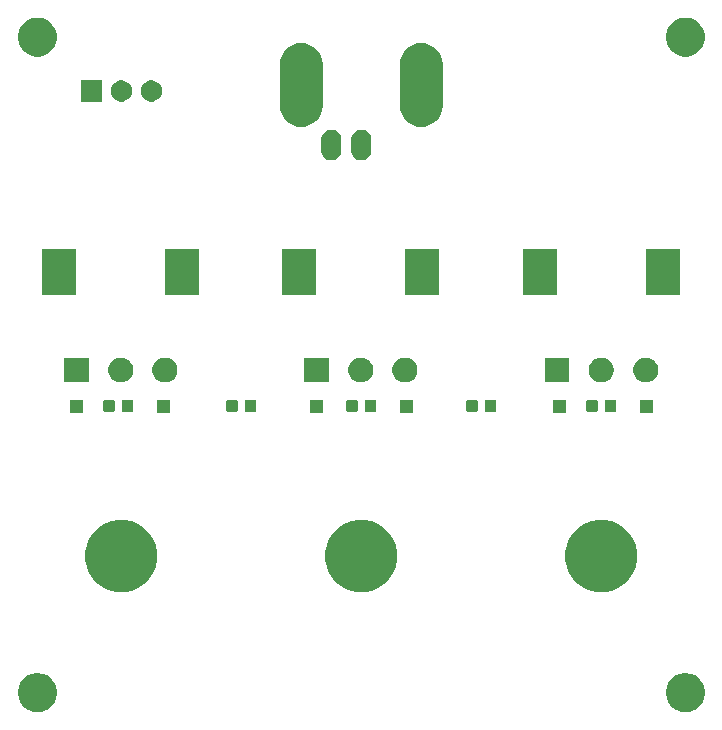
<source format=gbr>
G04 #@! TF.GenerationSoftware,KiCad,Pcbnew,(5.1.5-0-10_14)*
G04 #@! TF.CreationDate,2020-03-13T23:12:58-07:00*
G04 #@! TF.ProjectId,SigGenAdapter,53696747-656e-4416-9461-707465722e6b,rev?*
G04 #@! TF.SameCoordinates,Original*
G04 #@! TF.FileFunction,Soldermask,Top*
G04 #@! TF.FilePolarity,Negative*
%FSLAX46Y46*%
G04 Gerber Fmt 4.6, Leading zero omitted, Abs format (unit mm)*
G04 Created by KiCad (PCBNEW (5.1.5-0-10_14)) date 2020-03-13 23:12:58*
%MOMM*%
%LPD*%
G04 APERTURE LIST*
%ADD10C,0.100000*%
G04 APERTURE END LIST*
D10*
G36*
X125089256Y-111802298D02*
G01*
X125195579Y-111823447D01*
X125496042Y-111947903D01*
X125766451Y-112128585D01*
X125996415Y-112358549D01*
X126177097Y-112628958D01*
X126301553Y-112929421D01*
X126365000Y-113248391D01*
X126365000Y-113573609D01*
X126301553Y-113892579D01*
X126177097Y-114193042D01*
X125996415Y-114463451D01*
X125766451Y-114693415D01*
X125496042Y-114874097D01*
X125195579Y-114998553D01*
X125089256Y-115019702D01*
X124876611Y-115062000D01*
X124551389Y-115062000D01*
X124338744Y-115019702D01*
X124232421Y-114998553D01*
X123931958Y-114874097D01*
X123661549Y-114693415D01*
X123431585Y-114463451D01*
X123250903Y-114193042D01*
X123126447Y-113892579D01*
X123063000Y-113573609D01*
X123063000Y-113248391D01*
X123126447Y-112929421D01*
X123250903Y-112628958D01*
X123431585Y-112358549D01*
X123661549Y-112128585D01*
X123931958Y-111947903D01*
X124232421Y-111823447D01*
X124338744Y-111802298D01*
X124551389Y-111760000D01*
X124876611Y-111760000D01*
X125089256Y-111802298D01*
G37*
G36*
X70225256Y-111802298D02*
G01*
X70331579Y-111823447D01*
X70632042Y-111947903D01*
X70902451Y-112128585D01*
X71132415Y-112358549D01*
X71313097Y-112628958D01*
X71437553Y-112929421D01*
X71501000Y-113248391D01*
X71501000Y-113573609D01*
X71437553Y-113892579D01*
X71313097Y-114193042D01*
X71132415Y-114463451D01*
X70902451Y-114693415D01*
X70632042Y-114874097D01*
X70331579Y-114998553D01*
X70225256Y-115019702D01*
X70012611Y-115062000D01*
X69687389Y-115062000D01*
X69474744Y-115019702D01*
X69368421Y-114998553D01*
X69067958Y-114874097D01*
X68797549Y-114693415D01*
X68567585Y-114463451D01*
X68386903Y-114193042D01*
X68262447Y-113892579D01*
X68199000Y-113573609D01*
X68199000Y-113248391D01*
X68262447Y-112929421D01*
X68386903Y-112628958D01*
X68567585Y-112358549D01*
X68797549Y-112128585D01*
X69067958Y-111947903D01*
X69368421Y-111823447D01*
X69474744Y-111802298D01*
X69687389Y-111760000D01*
X70012611Y-111760000D01*
X70225256Y-111802298D01*
G37*
G36*
X118491943Y-98920248D02*
G01*
X119047189Y-99150238D01*
X119047190Y-99150239D01*
X119546899Y-99484134D01*
X119971866Y-99909101D01*
X119971867Y-99909103D01*
X120305762Y-100408811D01*
X120535752Y-100964057D01*
X120653000Y-101553501D01*
X120653000Y-102154499D01*
X120535752Y-102743943D01*
X120305762Y-103299189D01*
X120305761Y-103299190D01*
X119971866Y-103798899D01*
X119546899Y-104223866D01*
X119295347Y-104391948D01*
X119047189Y-104557762D01*
X118491943Y-104787752D01*
X117902499Y-104905000D01*
X117301501Y-104905000D01*
X116712057Y-104787752D01*
X116156811Y-104557762D01*
X115908653Y-104391948D01*
X115657101Y-104223866D01*
X115232134Y-103798899D01*
X114898239Y-103299190D01*
X114898238Y-103299189D01*
X114668248Y-102743943D01*
X114551000Y-102154499D01*
X114551000Y-101553501D01*
X114668248Y-100964057D01*
X114898238Y-100408811D01*
X115232133Y-99909103D01*
X115232134Y-99909101D01*
X115657101Y-99484134D01*
X116156810Y-99150239D01*
X116156811Y-99150238D01*
X116712057Y-98920248D01*
X117301501Y-98803000D01*
X117902499Y-98803000D01*
X118491943Y-98920248D01*
G37*
G36*
X98171943Y-98920248D02*
G01*
X98727189Y-99150238D01*
X98727190Y-99150239D01*
X99226899Y-99484134D01*
X99651866Y-99909101D01*
X99651867Y-99909103D01*
X99985762Y-100408811D01*
X100215752Y-100964057D01*
X100333000Y-101553501D01*
X100333000Y-102154499D01*
X100215752Y-102743943D01*
X99985762Y-103299189D01*
X99985761Y-103299190D01*
X99651866Y-103798899D01*
X99226899Y-104223866D01*
X98975347Y-104391948D01*
X98727189Y-104557762D01*
X98171943Y-104787752D01*
X97582499Y-104905000D01*
X96981501Y-104905000D01*
X96392057Y-104787752D01*
X95836811Y-104557762D01*
X95588653Y-104391948D01*
X95337101Y-104223866D01*
X94912134Y-103798899D01*
X94578239Y-103299190D01*
X94578238Y-103299189D01*
X94348248Y-102743943D01*
X94231000Y-102154499D01*
X94231000Y-101553501D01*
X94348248Y-100964057D01*
X94578238Y-100408811D01*
X94912133Y-99909103D01*
X94912134Y-99909101D01*
X95337101Y-99484134D01*
X95836810Y-99150239D01*
X95836811Y-99150238D01*
X96392057Y-98920248D01*
X96981501Y-98803000D01*
X97582499Y-98803000D01*
X98171943Y-98920248D01*
G37*
G36*
X77851943Y-98920248D02*
G01*
X78407189Y-99150238D01*
X78407190Y-99150239D01*
X78906899Y-99484134D01*
X79331866Y-99909101D01*
X79331867Y-99909103D01*
X79665762Y-100408811D01*
X79895752Y-100964057D01*
X80013000Y-101553501D01*
X80013000Y-102154499D01*
X79895752Y-102743943D01*
X79665762Y-103299189D01*
X79665761Y-103299190D01*
X79331866Y-103798899D01*
X78906899Y-104223866D01*
X78655347Y-104391948D01*
X78407189Y-104557762D01*
X77851943Y-104787752D01*
X77262499Y-104905000D01*
X76661501Y-104905000D01*
X76072057Y-104787752D01*
X75516811Y-104557762D01*
X75268653Y-104391948D01*
X75017101Y-104223866D01*
X74592134Y-103798899D01*
X74258239Y-103299190D01*
X74258238Y-103299189D01*
X74028248Y-102743943D01*
X73911000Y-102154499D01*
X73911000Y-101553501D01*
X74028248Y-100964057D01*
X74258238Y-100408811D01*
X74592133Y-99909103D01*
X74592134Y-99909101D01*
X75017101Y-99484134D01*
X75516810Y-99150239D01*
X75516811Y-99150238D01*
X76072057Y-98920248D01*
X76661501Y-98803000D01*
X77262499Y-98803000D01*
X77851943Y-98920248D01*
G37*
G36*
X121963000Y-89705000D02*
G01*
X120861000Y-89705000D01*
X120861000Y-88603000D01*
X121963000Y-88603000D01*
X121963000Y-89705000D01*
G37*
G36*
X114597000Y-89705000D02*
G01*
X113495000Y-89705000D01*
X113495000Y-88603000D01*
X114597000Y-88603000D01*
X114597000Y-89705000D01*
G37*
G36*
X101643000Y-89705000D02*
G01*
X100541000Y-89705000D01*
X100541000Y-88603000D01*
X101643000Y-88603000D01*
X101643000Y-89705000D01*
G37*
G36*
X94023000Y-89705000D02*
G01*
X92921000Y-89705000D01*
X92921000Y-88603000D01*
X94023000Y-88603000D01*
X94023000Y-89705000D01*
G37*
G36*
X81069000Y-89705000D02*
G01*
X79967000Y-89705000D01*
X79967000Y-88603000D01*
X81069000Y-88603000D01*
X81069000Y-89705000D01*
G37*
G36*
X73703000Y-89705000D02*
G01*
X72601000Y-89705000D01*
X72601000Y-88603000D01*
X73703000Y-88603000D01*
X73703000Y-89705000D01*
G37*
G36*
X96836591Y-88632085D02*
G01*
X96870569Y-88642393D01*
X96901890Y-88659134D01*
X96929339Y-88681661D01*
X96951866Y-88709110D01*
X96968607Y-88740431D01*
X96978915Y-88774409D01*
X96983000Y-88815890D01*
X96983000Y-89492110D01*
X96978915Y-89533591D01*
X96968607Y-89567569D01*
X96951866Y-89598890D01*
X96929339Y-89626339D01*
X96901890Y-89648866D01*
X96870569Y-89665607D01*
X96836591Y-89675915D01*
X96795110Y-89680000D01*
X96193890Y-89680000D01*
X96152409Y-89675915D01*
X96118431Y-89665607D01*
X96087110Y-89648866D01*
X96059661Y-89626339D01*
X96037134Y-89598890D01*
X96020393Y-89567569D01*
X96010085Y-89533591D01*
X96006000Y-89492110D01*
X96006000Y-88815890D01*
X96010085Y-88774409D01*
X96020393Y-88740431D01*
X96037134Y-88709110D01*
X96059661Y-88681661D01*
X96087110Y-88659134D01*
X96118431Y-88642393D01*
X96152409Y-88632085D01*
X96193890Y-88628000D01*
X96795110Y-88628000D01*
X96836591Y-88632085D01*
G37*
G36*
X76262591Y-88632085D02*
G01*
X76296569Y-88642393D01*
X76327890Y-88659134D01*
X76355339Y-88681661D01*
X76377866Y-88709110D01*
X76394607Y-88740431D01*
X76404915Y-88774409D01*
X76409000Y-88815890D01*
X76409000Y-89492110D01*
X76404915Y-89533591D01*
X76394607Y-89567569D01*
X76377866Y-89598890D01*
X76355339Y-89626339D01*
X76327890Y-89648866D01*
X76296569Y-89665607D01*
X76262591Y-89675915D01*
X76221110Y-89680000D01*
X75619890Y-89680000D01*
X75578409Y-89675915D01*
X75544431Y-89665607D01*
X75513110Y-89648866D01*
X75485661Y-89626339D01*
X75463134Y-89598890D01*
X75446393Y-89567569D01*
X75436085Y-89533591D01*
X75432000Y-89492110D01*
X75432000Y-88815890D01*
X75436085Y-88774409D01*
X75446393Y-88740431D01*
X75463134Y-88709110D01*
X75485661Y-88681661D01*
X75513110Y-88659134D01*
X75544431Y-88642393D01*
X75578409Y-88632085D01*
X75619890Y-88628000D01*
X76221110Y-88628000D01*
X76262591Y-88632085D01*
G37*
G36*
X98411591Y-88632085D02*
G01*
X98445569Y-88642393D01*
X98476890Y-88659134D01*
X98504339Y-88681661D01*
X98526866Y-88709110D01*
X98543607Y-88740431D01*
X98553915Y-88774409D01*
X98558000Y-88815890D01*
X98558000Y-89492110D01*
X98553915Y-89533591D01*
X98543607Y-89567569D01*
X98526866Y-89598890D01*
X98504339Y-89626339D01*
X98476890Y-89648866D01*
X98445569Y-89665607D01*
X98411591Y-89675915D01*
X98370110Y-89680000D01*
X97768890Y-89680000D01*
X97727409Y-89675915D01*
X97693431Y-89665607D01*
X97662110Y-89648866D01*
X97634661Y-89626339D01*
X97612134Y-89598890D01*
X97595393Y-89567569D01*
X97585085Y-89533591D01*
X97581000Y-89492110D01*
X97581000Y-88815890D01*
X97585085Y-88774409D01*
X97595393Y-88740431D01*
X97612134Y-88709110D01*
X97634661Y-88681661D01*
X97662110Y-88659134D01*
X97693431Y-88642393D01*
X97727409Y-88632085D01*
X97768890Y-88628000D01*
X98370110Y-88628000D01*
X98411591Y-88632085D01*
G37*
G36*
X118731591Y-88632085D02*
G01*
X118765569Y-88642393D01*
X118796890Y-88659134D01*
X118824339Y-88681661D01*
X118846866Y-88709110D01*
X118863607Y-88740431D01*
X118873915Y-88774409D01*
X118878000Y-88815890D01*
X118878000Y-89492110D01*
X118873915Y-89533591D01*
X118863607Y-89567569D01*
X118846866Y-89598890D01*
X118824339Y-89626339D01*
X118796890Y-89648866D01*
X118765569Y-89665607D01*
X118731591Y-89675915D01*
X118690110Y-89680000D01*
X118088890Y-89680000D01*
X118047409Y-89675915D01*
X118013431Y-89665607D01*
X117982110Y-89648866D01*
X117954661Y-89626339D01*
X117932134Y-89598890D01*
X117915393Y-89567569D01*
X117905085Y-89533591D01*
X117901000Y-89492110D01*
X117901000Y-88815890D01*
X117905085Y-88774409D01*
X117915393Y-88740431D01*
X117932134Y-88709110D01*
X117954661Y-88681661D01*
X117982110Y-88659134D01*
X118013431Y-88642393D01*
X118047409Y-88632085D01*
X118088890Y-88628000D01*
X118690110Y-88628000D01*
X118731591Y-88632085D01*
G37*
G36*
X117156591Y-88632085D02*
G01*
X117190569Y-88642393D01*
X117221890Y-88659134D01*
X117249339Y-88681661D01*
X117271866Y-88709110D01*
X117288607Y-88740431D01*
X117298915Y-88774409D01*
X117303000Y-88815890D01*
X117303000Y-89492110D01*
X117298915Y-89533591D01*
X117288607Y-89567569D01*
X117271866Y-89598890D01*
X117249339Y-89626339D01*
X117221890Y-89648866D01*
X117190569Y-89665607D01*
X117156591Y-89675915D01*
X117115110Y-89680000D01*
X116513890Y-89680000D01*
X116472409Y-89675915D01*
X116438431Y-89665607D01*
X116407110Y-89648866D01*
X116379661Y-89626339D01*
X116357134Y-89598890D01*
X116340393Y-89567569D01*
X116330085Y-89533591D01*
X116326000Y-89492110D01*
X116326000Y-88815890D01*
X116330085Y-88774409D01*
X116340393Y-88740431D01*
X116357134Y-88709110D01*
X116379661Y-88681661D01*
X116407110Y-88659134D01*
X116438431Y-88642393D01*
X116472409Y-88632085D01*
X116513890Y-88628000D01*
X117115110Y-88628000D01*
X117156591Y-88632085D01*
G37*
G36*
X108571591Y-88632085D02*
G01*
X108605569Y-88642393D01*
X108636890Y-88659134D01*
X108664339Y-88681661D01*
X108686866Y-88709110D01*
X108703607Y-88740431D01*
X108713915Y-88774409D01*
X108718000Y-88815890D01*
X108718000Y-89492110D01*
X108713915Y-89533591D01*
X108703607Y-89567569D01*
X108686866Y-89598890D01*
X108664339Y-89626339D01*
X108636890Y-89648866D01*
X108605569Y-89665607D01*
X108571591Y-89675915D01*
X108530110Y-89680000D01*
X107928890Y-89680000D01*
X107887409Y-89675915D01*
X107853431Y-89665607D01*
X107822110Y-89648866D01*
X107794661Y-89626339D01*
X107772134Y-89598890D01*
X107755393Y-89567569D01*
X107745085Y-89533591D01*
X107741000Y-89492110D01*
X107741000Y-88815890D01*
X107745085Y-88774409D01*
X107755393Y-88740431D01*
X107772134Y-88709110D01*
X107794661Y-88681661D01*
X107822110Y-88659134D01*
X107853431Y-88642393D01*
X107887409Y-88632085D01*
X107928890Y-88628000D01*
X108530110Y-88628000D01*
X108571591Y-88632085D01*
G37*
G36*
X106996591Y-88632085D02*
G01*
X107030569Y-88642393D01*
X107061890Y-88659134D01*
X107089339Y-88681661D01*
X107111866Y-88709110D01*
X107128607Y-88740431D01*
X107138915Y-88774409D01*
X107143000Y-88815890D01*
X107143000Y-89492110D01*
X107138915Y-89533591D01*
X107128607Y-89567569D01*
X107111866Y-89598890D01*
X107089339Y-89626339D01*
X107061890Y-89648866D01*
X107030569Y-89665607D01*
X106996591Y-89675915D01*
X106955110Y-89680000D01*
X106353890Y-89680000D01*
X106312409Y-89675915D01*
X106278431Y-89665607D01*
X106247110Y-89648866D01*
X106219661Y-89626339D01*
X106197134Y-89598890D01*
X106180393Y-89567569D01*
X106170085Y-89533591D01*
X106166000Y-89492110D01*
X106166000Y-88815890D01*
X106170085Y-88774409D01*
X106180393Y-88740431D01*
X106197134Y-88709110D01*
X106219661Y-88681661D01*
X106247110Y-88659134D01*
X106278431Y-88642393D01*
X106312409Y-88632085D01*
X106353890Y-88628000D01*
X106955110Y-88628000D01*
X106996591Y-88632085D01*
G37*
G36*
X86676591Y-88632085D02*
G01*
X86710569Y-88642393D01*
X86741890Y-88659134D01*
X86769339Y-88681661D01*
X86791866Y-88709110D01*
X86808607Y-88740431D01*
X86818915Y-88774409D01*
X86823000Y-88815890D01*
X86823000Y-89492110D01*
X86818915Y-89533591D01*
X86808607Y-89567569D01*
X86791866Y-89598890D01*
X86769339Y-89626339D01*
X86741890Y-89648866D01*
X86710569Y-89665607D01*
X86676591Y-89675915D01*
X86635110Y-89680000D01*
X86033890Y-89680000D01*
X85992409Y-89675915D01*
X85958431Y-89665607D01*
X85927110Y-89648866D01*
X85899661Y-89626339D01*
X85877134Y-89598890D01*
X85860393Y-89567569D01*
X85850085Y-89533591D01*
X85846000Y-89492110D01*
X85846000Y-88815890D01*
X85850085Y-88774409D01*
X85860393Y-88740431D01*
X85877134Y-88709110D01*
X85899661Y-88681661D01*
X85927110Y-88659134D01*
X85958431Y-88642393D01*
X85992409Y-88632085D01*
X86033890Y-88628000D01*
X86635110Y-88628000D01*
X86676591Y-88632085D01*
G37*
G36*
X88251591Y-88632085D02*
G01*
X88285569Y-88642393D01*
X88316890Y-88659134D01*
X88344339Y-88681661D01*
X88366866Y-88709110D01*
X88383607Y-88740431D01*
X88393915Y-88774409D01*
X88398000Y-88815890D01*
X88398000Y-89492110D01*
X88393915Y-89533591D01*
X88383607Y-89567569D01*
X88366866Y-89598890D01*
X88344339Y-89626339D01*
X88316890Y-89648866D01*
X88285569Y-89665607D01*
X88251591Y-89675915D01*
X88210110Y-89680000D01*
X87608890Y-89680000D01*
X87567409Y-89675915D01*
X87533431Y-89665607D01*
X87502110Y-89648866D01*
X87474661Y-89626339D01*
X87452134Y-89598890D01*
X87435393Y-89567569D01*
X87425085Y-89533591D01*
X87421000Y-89492110D01*
X87421000Y-88815890D01*
X87425085Y-88774409D01*
X87435393Y-88740431D01*
X87452134Y-88709110D01*
X87474661Y-88681661D01*
X87502110Y-88659134D01*
X87533431Y-88642393D01*
X87567409Y-88632085D01*
X87608890Y-88628000D01*
X88210110Y-88628000D01*
X88251591Y-88632085D01*
G37*
G36*
X77837591Y-88632085D02*
G01*
X77871569Y-88642393D01*
X77902890Y-88659134D01*
X77930339Y-88681661D01*
X77952866Y-88709110D01*
X77969607Y-88740431D01*
X77979915Y-88774409D01*
X77984000Y-88815890D01*
X77984000Y-89492110D01*
X77979915Y-89533591D01*
X77969607Y-89567569D01*
X77952866Y-89598890D01*
X77930339Y-89626339D01*
X77902890Y-89648866D01*
X77871569Y-89665607D01*
X77837591Y-89675915D01*
X77796110Y-89680000D01*
X77194890Y-89680000D01*
X77153409Y-89675915D01*
X77119431Y-89665607D01*
X77088110Y-89648866D01*
X77060661Y-89626339D01*
X77038134Y-89598890D01*
X77021393Y-89567569D01*
X77011085Y-89533591D01*
X77007000Y-89492110D01*
X77007000Y-88815890D01*
X77011085Y-88774409D01*
X77021393Y-88740431D01*
X77038134Y-88709110D01*
X77060661Y-88681661D01*
X77088110Y-88659134D01*
X77119431Y-88642393D01*
X77153409Y-88632085D01*
X77194890Y-88628000D01*
X77796110Y-88628000D01*
X77837591Y-88632085D01*
G37*
G36*
X114903000Y-87157000D02*
G01*
X112801000Y-87157000D01*
X112801000Y-85055000D01*
X114903000Y-85055000D01*
X114903000Y-87157000D01*
G37*
G36*
X80958564Y-85095389D02*
G01*
X81149833Y-85174615D01*
X81149835Y-85174616D01*
X81321973Y-85289635D01*
X81468365Y-85436027D01*
X81583385Y-85608167D01*
X81662611Y-85799436D01*
X81703000Y-86002484D01*
X81703000Y-86209516D01*
X81662611Y-86412564D01*
X81583385Y-86603833D01*
X81583384Y-86603835D01*
X81468365Y-86775973D01*
X81321973Y-86922365D01*
X81149835Y-87037384D01*
X81149834Y-87037385D01*
X81149833Y-87037385D01*
X80958564Y-87116611D01*
X80755516Y-87157000D01*
X80548484Y-87157000D01*
X80345436Y-87116611D01*
X80154167Y-87037385D01*
X80154166Y-87037385D01*
X80154165Y-87037384D01*
X79982027Y-86922365D01*
X79835635Y-86775973D01*
X79720616Y-86603835D01*
X79720615Y-86603833D01*
X79641389Y-86412564D01*
X79601000Y-86209516D01*
X79601000Y-86002484D01*
X79641389Y-85799436D01*
X79720615Y-85608167D01*
X79835635Y-85436027D01*
X79982027Y-85289635D01*
X80154165Y-85174616D01*
X80154167Y-85174615D01*
X80345436Y-85095389D01*
X80548484Y-85055000D01*
X80755516Y-85055000D01*
X80958564Y-85095389D01*
G37*
G36*
X101278564Y-85095389D02*
G01*
X101469833Y-85174615D01*
X101469835Y-85174616D01*
X101641973Y-85289635D01*
X101788365Y-85436027D01*
X101903385Y-85608167D01*
X101982611Y-85799436D01*
X102023000Y-86002484D01*
X102023000Y-86209516D01*
X101982611Y-86412564D01*
X101903385Y-86603833D01*
X101903384Y-86603835D01*
X101788365Y-86775973D01*
X101641973Y-86922365D01*
X101469835Y-87037384D01*
X101469834Y-87037385D01*
X101469833Y-87037385D01*
X101278564Y-87116611D01*
X101075516Y-87157000D01*
X100868484Y-87157000D01*
X100665436Y-87116611D01*
X100474167Y-87037385D01*
X100474166Y-87037385D01*
X100474165Y-87037384D01*
X100302027Y-86922365D01*
X100155635Y-86775973D01*
X100040616Y-86603835D01*
X100040615Y-86603833D01*
X99961389Y-86412564D01*
X99921000Y-86209516D01*
X99921000Y-86002484D01*
X99961389Y-85799436D01*
X100040615Y-85608167D01*
X100155635Y-85436027D01*
X100302027Y-85289635D01*
X100474165Y-85174616D01*
X100474167Y-85174615D01*
X100665436Y-85095389D01*
X100868484Y-85055000D01*
X101075516Y-85055000D01*
X101278564Y-85095389D01*
G37*
G36*
X117908564Y-85095389D02*
G01*
X118099833Y-85174615D01*
X118099835Y-85174616D01*
X118271973Y-85289635D01*
X118418365Y-85436027D01*
X118533385Y-85608167D01*
X118612611Y-85799436D01*
X118653000Y-86002484D01*
X118653000Y-86209516D01*
X118612611Y-86412564D01*
X118533385Y-86603833D01*
X118533384Y-86603835D01*
X118418365Y-86775973D01*
X118271973Y-86922365D01*
X118099835Y-87037384D01*
X118099834Y-87037385D01*
X118099833Y-87037385D01*
X117908564Y-87116611D01*
X117705516Y-87157000D01*
X117498484Y-87157000D01*
X117295436Y-87116611D01*
X117104167Y-87037385D01*
X117104166Y-87037385D01*
X117104165Y-87037384D01*
X116932027Y-86922365D01*
X116785635Y-86775973D01*
X116670616Y-86603835D01*
X116670615Y-86603833D01*
X116591389Y-86412564D01*
X116551000Y-86209516D01*
X116551000Y-86002484D01*
X116591389Y-85799436D01*
X116670615Y-85608167D01*
X116785635Y-85436027D01*
X116932027Y-85289635D01*
X117104165Y-85174616D01*
X117104167Y-85174615D01*
X117295436Y-85095389D01*
X117498484Y-85055000D01*
X117705516Y-85055000D01*
X117908564Y-85095389D01*
G37*
G36*
X121658564Y-85095389D02*
G01*
X121849833Y-85174615D01*
X121849835Y-85174616D01*
X122021973Y-85289635D01*
X122168365Y-85436027D01*
X122283385Y-85608167D01*
X122362611Y-85799436D01*
X122403000Y-86002484D01*
X122403000Y-86209516D01*
X122362611Y-86412564D01*
X122283385Y-86603833D01*
X122283384Y-86603835D01*
X122168365Y-86775973D01*
X122021973Y-86922365D01*
X121849835Y-87037384D01*
X121849834Y-87037385D01*
X121849833Y-87037385D01*
X121658564Y-87116611D01*
X121455516Y-87157000D01*
X121248484Y-87157000D01*
X121045436Y-87116611D01*
X120854167Y-87037385D01*
X120854166Y-87037385D01*
X120854165Y-87037384D01*
X120682027Y-86922365D01*
X120535635Y-86775973D01*
X120420616Y-86603835D01*
X120420615Y-86603833D01*
X120341389Y-86412564D01*
X120301000Y-86209516D01*
X120301000Y-86002484D01*
X120341389Y-85799436D01*
X120420615Y-85608167D01*
X120535635Y-85436027D01*
X120682027Y-85289635D01*
X120854165Y-85174616D01*
X120854167Y-85174615D01*
X121045436Y-85095389D01*
X121248484Y-85055000D01*
X121455516Y-85055000D01*
X121658564Y-85095389D01*
G37*
G36*
X97528564Y-85095389D02*
G01*
X97719833Y-85174615D01*
X97719835Y-85174616D01*
X97891973Y-85289635D01*
X98038365Y-85436027D01*
X98153385Y-85608167D01*
X98232611Y-85799436D01*
X98273000Y-86002484D01*
X98273000Y-86209516D01*
X98232611Y-86412564D01*
X98153385Y-86603833D01*
X98153384Y-86603835D01*
X98038365Y-86775973D01*
X97891973Y-86922365D01*
X97719835Y-87037384D01*
X97719834Y-87037385D01*
X97719833Y-87037385D01*
X97528564Y-87116611D01*
X97325516Y-87157000D01*
X97118484Y-87157000D01*
X96915436Y-87116611D01*
X96724167Y-87037385D01*
X96724166Y-87037385D01*
X96724165Y-87037384D01*
X96552027Y-86922365D01*
X96405635Y-86775973D01*
X96290616Y-86603835D01*
X96290615Y-86603833D01*
X96211389Y-86412564D01*
X96171000Y-86209516D01*
X96171000Y-86002484D01*
X96211389Y-85799436D01*
X96290615Y-85608167D01*
X96405635Y-85436027D01*
X96552027Y-85289635D01*
X96724165Y-85174616D01*
X96724167Y-85174615D01*
X96915436Y-85095389D01*
X97118484Y-85055000D01*
X97325516Y-85055000D01*
X97528564Y-85095389D01*
G37*
G36*
X94523000Y-87157000D02*
G01*
X92421000Y-87157000D01*
X92421000Y-85055000D01*
X94523000Y-85055000D01*
X94523000Y-87157000D01*
G37*
G36*
X77208564Y-85095389D02*
G01*
X77399833Y-85174615D01*
X77399835Y-85174616D01*
X77571973Y-85289635D01*
X77718365Y-85436027D01*
X77833385Y-85608167D01*
X77912611Y-85799436D01*
X77953000Y-86002484D01*
X77953000Y-86209516D01*
X77912611Y-86412564D01*
X77833385Y-86603833D01*
X77833384Y-86603835D01*
X77718365Y-86775973D01*
X77571973Y-86922365D01*
X77399835Y-87037384D01*
X77399834Y-87037385D01*
X77399833Y-87037385D01*
X77208564Y-87116611D01*
X77005516Y-87157000D01*
X76798484Y-87157000D01*
X76595436Y-87116611D01*
X76404167Y-87037385D01*
X76404166Y-87037385D01*
X76404165Y-87037384D01*
X76232027Y-86922365D01*
X76085635Y-86775973D01*
X75970616Y-86603835D01*
X75970615Y-86603833D01*
X75891389Y-86412564D01*
X75851000Y-86209516D01*
X75851000Y-86002484D01*
X75891389Y-85799436D01*
X75970615Y-85608167D01*
X76085635Y-85436027D01*
X76232027Y-85289635D01*
X76404165Y-85174616D01*
X76404167Y-85174615D01*
X76595436Y-85095389D01*
X76798484Y-85055000D01*
X77005516Y-85055000D01*
X77208564Y-85095389D01*
G37*
G36*
X74203000Y-87157000D02*
G01*
X72101000Y-87157000D01*
X72101000Y-85055000D01*
X74203000Y-85055000D01*
X74203000Y-87157000D01*
G37*
G36*
X93473000Y-79732000D02*
G01*
X90571000Y-79732000D01*
X90571000Y-75830000D01*
X93473000Y-75830000D01*
X93473000Y-79732000D01*
G37*
G36*
X103873000Y-79732000D02*
G01*
X100971000Y-79732000D01*
X100971000Y-75830000D01*
X103873000Y-75830000D01*
X103873000Y-79732000D01*
G37*
G36*
X113853000Y-79732000D02*
G01*
X110951000Y-79732000D01*
X110951000Y-75830000D01*
X113853000Y-75830000D01*
X113853000Y-79732000D01*
G37*
G36*
X124253000Y-79732000D02*
G01*
X121351000Y-79732000D01*
X121351000Y-75830000D01*
X124253000Y-75830000D01*
X124253000Y-79732000D01*
G37*
G36*
X83553000Y-79732000D02*
G01*
X80651000Y-79732000D01*
X80651000Y-75830000D01*
X83553000Y-75830000D01*
X83553000Y-79732000D01*
G37*
G36*
X73153000Y-79732000D02*
G01*
X70251000Y-79732000D01*
X70251000Y-75830000D01*
X73153000Y-75830000D01*
X73153000Y-79732000D01*
G37*
G36*
X97448822Y-65767313D02*
G01*
X97609241Y-65815976D01*
X97757077Y-65894995D01*
X97886659Y-66001341D01*
X97993004Y-66130922D01*
X97993005Y-66130924D01*
X98072024Y-66278758D01*
X98120687Y-66439177D01*
X98133000Y-66564196D01*
X98133000Y-67547803D01*
X98120687Y-67672823D01*
X98072024Y-67833242D01*
X98001114Y-67965906D01*
X97993004Y-67981078D01*
X97886659Y-68110659D01*
X97757078Y-68217004D01*
X97757076Y-68217005D01*
X97609242Y-68296024D01*
X97448823Y-68344687D01*
X97282000Y-68361117D01*
X97115178Y-68344687D01*
X96954759Y-68296024D01*
X96806925Y-68217005D01*
X96806923Y-68217004D01*
X96677342Y-68110659D01*
X96570997Y-67981078D01*
X96562887Y-67965906D01*
X96491977Y-67833242D01*
X96443314Y-67672823D01*
X96431000Y-67547803D01*
X96431000Y-66564197D01*
X96443313Y-66439178D01*
X96491976Y-66278759D01*
X96570995Y-66130923D01*
X96677341Y-66001341D01*
X96806922Y-65894996D01*
X96822094Y-65886886D01*
X96954758Y-65815976D01*
X97115177Y-65767313D01*
X97282000Y-65750883D01*
X97448822Y-65767313D01*
G37*
G36*
X94908822Y-65767313D02*
G01*
X95069241Y-65815976D01*
X95217077Y-65894995D01*
X95346659Y-66001341D01*
X95453004Y-66130922D01*
X95453005Y-66130924D01*
X95532024Y-66278758D01*
X95580687Y-66439177D01*
X95593000Y-66564196D01*
X95593000Y-67547803D01*
X95580687Y-67672823D01*
X95532024Y-67833242D01*
X95461114Y-67965906D01*
X95453004Y-67981078D01*
X95346659Y-68110659D01*
X95217078Y-68217004D01*
X95217076Y-68217005D01*
X95069242Y-68296024D01*
X94908823Y-68344687D01*
X94742000Y-68361117D01*
X94575178Y-68344687D01*
X94414759Y-68296024D01*
X94266925Y-68217005D01*
X94266923Y-68217004D01*
X94137342Y-68110659D01*
X94030997Y-67981078D01*
X94022887Y-67965906D01*
X93951977Y-67833242D01*
X93903314Y-67672823D01*
X93891000Y-67547803D01*
X93891000Y-66564197D01*
X93903313Y-66439178D01*
X93951976Y-66278759D01*
X94030995Y-66130923D01*
X94137341Y-66001341D01*
X94266922Y-65894996D01*
X94282094Y-65886886D01*
X94414758Y-65815976D01*
X94575177Y-65767313D01*
X94742000Y-65750883D01*
X94908822Y-65767313D01*
G37*
G36*
X92555057Y-58451059D02*
G01*
X92894547Y-58554042D01*
X92894549Y-58554043D01*
X93207423Y-58721277D01*
X93481661Y-58946339D01*
X93685252Y-59194415D01*
X93706722Y-59220577D01*
X93873958Y-59533452D01*
X93976941Y-59872942D01*
X94003000Y-60137525D01*
X94003000Y-63814475D01*
X93976941Y-64079058D01*
X93873958Y-64418548D01*
X93873957Y-64418550D01*
X93706723Y-64731422D01*
X93481661Y-65005661D01*
X93207422Y-65230723D01*
X92894550Y-65397957D01*
X92894548Y-65397958D01*
X92555058Y-65500941D01*
X92202000Y-65535714D01*
X91848943Y-65500941D01*
X91509453Y-65397958D01*
X91509451Y-65397957D01*
X91196579Y-65230723D01*
X90922340Y-65005661D01*
X90697278Y-64731422D01*
X90530044Y-64418550D01*
X90530043Y-64418548D01*
X90427060Y-64079058D01*
X90401001Y-63814475D01*
X90401000Y-60137526D01*
X90427059Y-59872943D01*
X90530042Y-59533453D01*
X90548162Y-59499553D01*
X90697277Y-59220577D01*
X90922339Y-58946339D01*
X91196578Y-58721277D01*
X91509450Y-58554043D01*
X91509452Y-58554042D01*
X91848942Y-58451059D01*
X92202000Y-58416286D01*
X92555057Y-58451059D01*
G37*
G36*
X102715057Y-58451059D02*
G01*
X103054547Y-58554042D01*
X103054549Y-58554043D01*
X103367423Y-58721277D01*
X103641661Y-58946339D01*
X103845252Y-59194415D01*
X103866722Y-59220577D01*
X104033958Y-59533452D01*
X104136941Y-59872942D01*
X104163000Y-60137525D01*
X104163000Y-63814475D01*
X104136941Y-64079058D01*
X104033958Y-64418548D01*
X104033957Y-64418550D01*
X103866723Y-64731422D01*
X103641661Y-65005661D01*
X103367422Y-65230723D01*
X103054550Y-65397957D01*
X103054548Y-65397958D01*
X102715058Y-65500941D01*
X102362000Y-65535714D01*
X102008943Y-65500941D01*
X101669453Y-65397958D01*
X101669451Y-65397957D01*
X101356579Y-65230723D01*
X101082340Y-65005661D01*
X100857278Y-64731422D01*
X100690044Y-64418550D01*
X100690043Y-64418548D01*
X100587060Y-64079058D01*
X100561001Y-63814475D01*
X100561000Y-60137526D01*
X100587059Y-59872943D01*
X100690042Y-59533453D01*
X100708162Y-59499553D01*
X100857277Y-59220577D01*
X101082339Y-58946339D01*
X101356578Y-58721277D01*
X101669450Y-58554043D01*
X101669452Y-58554042D01*
X102008942Y-58451059D01*
X102362000Y-58416286D01*
X102715057Y-58451059D01*
G37*
G36*
X75323000Y-63385000D02*
G01*
X73521000Y-63385000D01*
X73521000Y-61583000D01*
X75323000Y-61583000D01*
X75323000Y-63385000D01*
G37*
G36*
X79615512Y-61587927D02*
G01*
X79764812Y-61617624D01*
X79928784Y-61685544D01*
X80076354Y-61784147D01*
X80201853Y-61909646D01*
X80300456Y-62057216D01*
X80368376Y-62221188D01*
X80403000Y-62395259D01*
X80403000Y-62572741D01*
X80368376Y-62746812D01*
X80300456Y-62910784D01*
X80201853Y-63058354D01*
X80076354Y-63183853D01*
X79928784Y-63282456D01*
X79764812Y-63350376D01*
X79615512Y-63380073D01*
X79590742Y-63385000D01*
X79413258Y-63385000D01*
X79388488Y-63380073D01*
X79239188Y-63350376D01*
X79075216Y-63282456D01*
X78927646Y-63183853D01*
X78802147Y-63058354D01*
X78703544Y-62910784D01*
X78635624Y-62746812D01*
X78601000Y-62572741D01*
X78601000Y-62395259D01*
X78635624Y-62221188D01*
X78703544Y-62057216D01*
X78802147Y-61909646D01*
X78927646Y-61784147D01*
X79075216Y-61685544D01*
X79239188Y-61617624D01*
X79388488Y-61587927D01*
X79413258Y-61583000D01*
X79590742Y-61583000D01*
X79615512Y-61587927D01*
G37*
G36*
X77075512Y-61587927D02*
G01*
X77224812Y-61617624D01*
X77388784Y-61685544D01*
X77536354Y-61784147D01*
X77661853Y-61909646D01*
X77760456Y-62057216D01*
X77828376Y-62221188D01*
X77863000Y-62395259D01*
X77863000Y-62572741D01*
X77828376Y-62746812D01*
X77760456Y-62910784D01*
X77661853Y-63058354D01*
X77536354Y-63183853D01*
X77388784Y-63282456D01*
X77224812Y-63350376D01*
X77075512Y-63380073D01*
X77050742Y-63385000D01*
X76873258Y-63385000D01*
X76848488Y-63380073D01*
X76699188Y-63350376D01*
X76535216Y-63282456D01*
X76387646Y-63183853D01*
X76262147Y-63058354D01*
X76163544Y-62910784D01*
X76095624Y-62746812D01*
X76061000Y-62572741D01*
X76061000Y-62395259D01*
X76095624Y-62221188D01*
X76163544Y-62057216D01*
X76262147Y-61909646D01*
X76387646Y-61784147D01*
X76535216Y-61685544D01*
X76699188Y-61617624D01*
X76848488Y-61587927D01*
X76873258Y-61583000D01*
X77050742Y-61583000D01*
X77075512Y-61587927D01*
G37*
G36*
X125089256Y-56303298D02*
G01*
X125195579Y-56324447D01*
X125496042Y-56448903D01*
X125766451Y-56629585D01*
X125996415Y-56859549D01*
X126177097Y-57129958D01*
X126301553Y-57430421D01*
X126365000Y-57749391D01*
X126365000Y-58074609D01*
X126301553Y-58393579D01*
X126177097Y-58694042D01*
X125996415Y-58964451D01*
X125766451Y-59194415D01*
X125496042Y-59375097D01*
X125195579Y-59499553D01*
X125089256Y-59520702D01*
X124876611Y-59563000D01*
X124551389Y-59563000D01*
X124338744Y-59520702D01*
X124232421Y-59499553D01*
X123931958Y-59375097D01*
X123661549Y-59194415D01*
X123431585Y-58964451D01*
X123250903Y-58694042D01*
X123126447Y-58393579D01*
X123063000Y-58074609D01*
X123063000Y-57749391D01*
X123126447Y-57430421D01*
X123250903Y-57129958D01*
X123431585Y-56859549D01*
X123661549Y-56629585D01*
X123931958Y-56448903D01*
X124232421Y-56324447D01*
X124338744Y-56303298D01*
X124551389Y-56261000D01*
X124876611Y-56261000D01*
X125089256Y-56303298D01*
G37*
G36*
X70225256Y-56303298D02*
G01*
X70331579Y-56324447D01*
X70632042Y-56448903D01*
X70902451Y-56629585D01*
X71132415Y-56859549D01*
X71313097Y-57129958D01*
X71437553Y-57430421D01*
X71501000Y-57749391D01*
X71501000Y-58074609D01*
X71437553Y-58393579D01*
X71313097Y-58694042D01*
X71132415Y-58964451D01*
X70902451Y-59194415D01*
X70632042Y-59375097D01*
X70331579Y-59499553D01*
X70225256Y-59520702D01*
X70012611Y-59563000D01*
X69687389Y-59563000D01*
X69474744Y-59520702D01*
X69368421Y-59499553D01*
X69067958Y-59375097D01*
X68797549Y-59194415D01*
X68567585Y-58964451D01*
X68386903Y-58694042D01*
X68262447Y-58393579D01*
X68199000Y-58074609D01*
X68199000Y-57749391D01*
X68262447Y-57430421D01*
X68386903Y-57129958D01*
X68567585Y-56859549D01*
X68797549Y-56629585D01*
X69067958Y-56448903D01*
X69368421Y-56324447D01*
X69474744Y-56303298D01*
X69687389Y-56261000D01*
X70012611Y-56261000D01*
X70225256Y-56303298D01*
G37*
M02*

</source>
